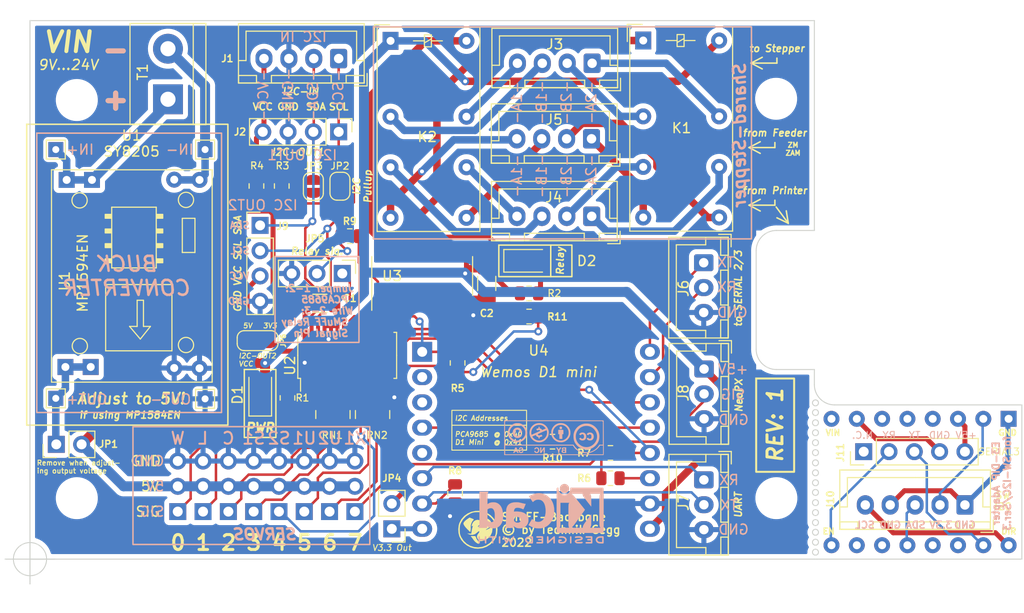
<source format=kicad_pcb>
(kicad_pcb (version 20211014) (generator pcbnew)
  (title_block (title "SMuFF Backbone PCB") (date "2022-06-22") (rev "1") (company "Technik Gegg") (comment 4 "AISLER Project ID: QCVDIOMU"))
  (layers (0 "F.Cu" signal) (31 "B.Cu" signal) (34 "B.Paste" user) (35 "F.Paste" user) (36 "B.SilkS" user "B.Silkscreen") (37 "F.SilkS" user "F.Silkscreen") (38 "B.Mask" user) (39 "F.Mask" user) (44 "Edge.Cuts" user))
  (net 0 "")
  (net 1 "+3V3")
  (net 2 "GND")
  (net 3 "Net-(D1-Pad1)")
  (net 4 "5VOUT")
  (net 5 "SCL")
  (net 6 "SDA")
  (net 7 "Net-(J6-Pad1)")
  (net 8 "Net-(J6-Pad2)")
  (net 9 "Servo 0")
  (net 10 "Servo 1")
  (net 11 "Servo 2")
  (net 12 "Servo 3")
  (net 13 "Servo 4")
  (net 14 "Servo 5")
  (net 15 "Servo 6")
  (net 16 "Servo 7")
  (net 17 "Net-(D2-Pad1)")
  (net 18 "Net-(J3-Pad1)")
  (net 19 "Net-(J3-Pad2)")
  (net 20 "Net-(J3-Pad3)")
  (net 21 "Net-(JP1-Pad1)")
  (net 22 "Net-(JP2-Pad2)")
  (net 23 "Net-(JP3-Pad2)")
  (net 24 "Net-(RN1-Pad2)")
  (net 25 "Net-(J3-Pad4)")
  (net 26 "Net-(J8-Pad2)")
  (net 27 "Net-(J4-Pad1)")
  (net 28 "Net-(J4-Pad2)")
  (net 29 "Net-(J4-Pad3)")
  (net 30 "Net-(RN1-Pad3)")
  (net 31 "Net-(J4-Pad4)")
  (net 32 "Net-(J5-Pad1)")
  (net 33 "Net-(J5-Pad2)")
  (net 34 "Net-(J5-Pad3)")
  (net 47 "Net-(J5-Pad4)")
  (net 48 "Net-(RN1-Pad1)")
  (net 49 "Net-(RN2-Pad1)")
  (net 50 "Net-(RN2-Pad2)")
  (net 51 "Net-(RN2-Pad3)")
  (net 52 "Net-(A1-Pad1)")
  (net 53 "Net-(A1-Pad2)")
  (net 59 "Net-(A1-Pad12)")
  (net 62 "Net-(A1-Pad16)")
  (net 64 "Net-(T1-Pad1)")
  (net 65 "Net-(T1-Pad2)")
  (net 67 "RESET")
  (net 68 "FLASH")
  (net 69 "RELAY")
  (net 70 "Net-(A1-Pad15)")
  (net 71 "Net-(A1-Pad9)")
  (net 72 "Net-(A1-Pad7)")
  (net 73 "Net-(A1-Pad3)")
  (net 74 "Net-(J7-Pad1)")
  (net 75 "Net-(J7-Pad2)")
  (net 76 "Net-(JP4-Pad1)")
  (net 77 "Net-(JP5-Pad2)")
  (net 78 "Net-(K2-PadA2)")
  (net 79 "Net-(R6-Pad1)")
  (net 80 "Net-(RN1-Pad4)")
  (net 81 "Net-(RN2-Pad4)")
  (net 83 "Net-(J9-Pad3)")
  (net 85 "Net-(D2-Pad2)")
  (net 86 "Net-(K1-PadA1)")
  (net 87 "Net-(R11-Pad1)")
  (net 88 "Net-(R10-Pad1)")
  (footprint "MountingHole:MountingHole_3.2mm_M3" (layer "F.Cu") (at 93.6 93.575)
    (fp_text reference "H2" hide)
    (fp_text value "MountingHole")
  )
  (footprint "Connector_JST:JST_XH_B5B-XH-A_1x05_P2.50mm_Vertical" (layer "F.Cu") (at 182.753 134.256 180)
    (fp_text reference "J10")
    (fp_text value "SW-I2C")
  )
  (footprint "Connector_PinHeader_2.54mm:PinHeader_1x03_P2.54mm_Vertical" (layer "F.Cu") (at 113.8936 134.9248 180)
    (fp_text reference "SJ4" hide)
    (fp_text value "S4")
  )
  (footprint "Connector_PinHeader_2.54mm:PinHeader_1x02_P2.54mm_Vertical" (layer "F.Cu") (at 125.222 136.657 180)
    (fp_text reference "JP4")
    (fp_text value "3.3V-Out")
  )
  (footprint "Resistor_SMD:R_0805_2012Metric" (layer "F.Cu") (at 139 113)
    (fp_text reference "R2")
    (fp_text value "220R")
  )
  (footprint "Connector_PinHeader_2.54mm:PinHeader_1x03_P2.54mm_Vertical" (layer "F.Cu") (at 108.8136 134.9248 180)
    (fp_text reference "SJ2" hide)
    (fp_text value "S2")
  )
  (footprint "Resistor_SMD:R_0805_2012Metric" (layer "F.Cu") (at 147.1695 131.572 180)
    (fp_text reference "R6")
    (fp_text value "10K")
  )
  (footprint "Resistor_SMD:R_Array_Concave_4x0603" (layer "F.Cu") (at 123.2916 125.1712 -90)
    (fp_text reference "RN2")
    (fp_text value "10K")
  )
  (footprint "Connector_PinHeader_2.54mm:PinHeader_1x02_P2.54mm_Vertical" (layer "F.Cu") (at 91.5416 128.1684 90)
    (fp_text reference "JP1")
    (fp_text value "5VOUT")
  )
  (footprint "Connector_JST:JST_XH_B4B-XH-A_1x04_P2.50mm_Vertical" (layer "F.Cu") (at 145.2696 97.468401 180)
    (fp_text reference "J5")
    (fp_text value "SMuFF")
  )
  (footprint "MountingHole:MountingHole_3.2mm_M3" (layer "F.Cu") (at 163.8 93.45)
    (fp_text reference "H3" hide)
    (fp_text value "MountingHole")
  )
  (footprint "Relay_THT:Relay_DPDT_Finder_30.22" (layer "F.Cu") (at 125.095 87.63 -90)
    (fp_text reference "K2")
    (fp_text value "Finder 30.22.7.005")
  )
  (footprint "Connector_PinHeader_2.54mm:PinHeader_1x03_P2.54mm_Vertical" (layer "F.Cu") (at 103.7336 134.9248 180)
    (fp_text reference "SJ0" hide)
    (fp_text value "S0")
  )
  (footprint "Resistor_SMD:R_0805_2012Metric" (layer "F.Cu") (at 121 107.25)
    (fp_text reference "R9")
    (fp_text value "0R")
  )
  (footprint "Connector_JST:JST_XH_B3B-XH-A_1x03_P2.50mm_Vertical" (layer "F.Cu") (at 156.5656 120.5992 -90)
    (fp_text reference "J8")
    (fp_text value "NPX")
  )
  (footprint "Connector_PinHeader_2.54mm:PinHeader_1x03_P2.54mm_Vertical" (layer "F.Cu") (at 121.5136 134.9248 180)
    (fp_text reference "SJ7" hide)
    (fp_text value "S7")
  )
  (footprint "Module:Pololu_Breakout-16_15.2x20.3mm" (layer "F.Cu") (at 187.14 125.603 -90)
    (fp_text reference "A1" hide)
    (fp_text value "Pololu A4988 Socket")
  )
  (footprint "Resistor_SMD:R_0805_2012Metric" (layer "F.Cu") (at 131.572 133.096 -90)
    (fp_text reference "R8")
    (fp_text value "10K")
  )
  (footprint "Jumper:SolderJumper-2_P1.3mm_Open_RoundedPad1.0x1.5mm" (layer "F.Cu") (at 120.015 102.235 -90)
    (fp_text reference "JP2")
    (fp_text value "Jumper")
  )
  (footprint "Connector_JST:JST_XH_B4B-XH-A_1x04_P2.50mm_Vertical" (layer "F.Cu") (at 145.288 105.2576 180)
    (fp_text reference "J4")
    (fp_text value "Printer")
  )
  (footprint "Resistor_SMD:R_0805_2012Metric" (layer "F.Cu") (at 141.35 127.9)
    (fp_text reference "R10")
    (fp_text value "0R")
  )
  (footprint "Connector_PinHeader_2.54mm:PinHeader_1x03_P2.54mm_Vertical" (layer "F.Cu") (at 120.25 111 -90)
    (fp_text reference "JP5")
    (fp_text value "Relay sig. select")
  )
  (footprint "Resistor_SMD:R_0805_2012Metric" (layer "F.Cu") (at 131.826 119.9915 90)
    (fp_text reference "R5")
    (fp_text value "10K")
  )
  (footprint "MountingHole:MountingHole_3.2mm_M3" (layer "F.Cu") (at 93.6 133.575)
    (fp_text reference "H1" hide)
    (fp_text value "MountingHole")
  )
  (footprint "Package_SO:TSSOP-28_4.4x9.7mm_P0.65mm" (layer "F.Cu") (at 120.743 119.2276 90)
    (fp_text reference "U2")
    (fp_text value "PCA9685PW")
  )
  (footprint "Resistor_SMD:R_0805_2012Metric" (layer "F.Cu") (at 114.75 123.5 90)
    (fp_text reference "R1")
    (fp_text value "220R")
  )
  (footprint "Resistor_SMD:R_0805_2012Metric" (layer "F.Cu") (at 147.1695 129.032 180)
    (fp_text reference "R7")
    (fp_text value "10K")
  )
  (footprint "Connector_PinHeader_2.54mm:PinHeader_1x03_P2.54mm_Vertical" (layer "F.Cu") (at 111.3536 134.9248 180)
    (fp_text reference "SJ3" hide)
    (fp_text value "S3")
  )
  (footprint "Libraries:MP1584EN_Module" (layer "F.Cu") (at 99.695 111.76 -90)
    (fp_text reference "U1")
    (fp_text value "MP1584EN_Module")
  )
  (footprint "Resistor_SMD:R_0805_2012Metric" (layer "F.Cu") (at 139 115.325)
    (fp_text reference "R11")
    (fp_text value "10K")
  )
  (footprint "Connector_PinHeader_2.54mm:PinHeader_1x04_P2.54mm_Vertical" (layer "F.Cu") (at 112 106.172)
    (fp_text reference "J9")
    (fp_text value "I2C-OUT2")
  )
  (footprint "Connector_PinHeader_2.54mm:PinHeader_1x05_P2.54mm_Vertical" (layer "F.Cu") (at 172.593 128.905 90)
    (fp_text reference "J11")
    (fp_text value "Serial-3")
  )
  (footprint "Connector_JST:JST_XH_B3B-XH-A_1x03_P2.50mm_Vertical" (layer "F.Cu") (at 156.5318 109.9204 -90)
    (fp_text reference "J6")
    (fp_text value "Serial2/3")
  )
  (footprint "TerminalBlock:TerminalBlock_bornier-2_P5.08mm" (layer "F.Cu") (at 102.75 93.5 90)
    (fp_text reference "T1")
    (fp_text value "VIN Screw Terminal")
  )
  (footprint "Package_SO:SOIC-16_3.9x9.9mm_P1.27mm" (layer "F.Cu") (at 128.27 111.252 90)
    (fp_text reference "U3")
    (fp_text value "ULN2003A")
  )
  (footprint "Connector_JST:JST_XH_B4B-XH-A_1x04_P2.50mm_Vertical" (layer "F.Cu") (at 119.888 89.408 180)
    (fp_text reference "J1")
    (fp_text value "I2C-IN")
  )
  (footprint "Capacitor_SMD:C_1206_3216Metric" (layer "F.Cu") (at 118 114)
    (fp_text reference "C1")
    (fp_text value "10uF")
  )
  (footprint "LED_SMD:LED_1206_3216Metric" (layer "F.Cu") (at 112.014 123.0376 90)
    (fp_text reference "D1")
    (fp_text value "PWR LED*")
  )
  (footprint "Capacitor_SMD:C_1206_3216Metric" (layer "F.Cu") (at 134.75 112 -90)
    (fp_text reference "C2")
    (fp_text value "0.1uF")
  )
  (footprint "Connector_PinHeader_2.54mm:PinHeader_1x04_P2.54mm_Vertical" (layer "F.Cu") (at 119.888 96.774 -90)
    (fp_text reference "J2")
    (fp_text value "I2C-OUT1")
  )
  (footprint "Resistor_SMD:R_0805_2012Metric" (layer "F.Cu") (at 111.633 102.2115 -90)
    (fp_text reference "R4")
    (fp_text value "4.7K")
  )
  (footprint "Connector_JST:JST_XH_B3B-XH-A_1x03_P2.50mm_Vertical" (layer "F.Cu") (at 156.5486 131.7352 -90)
    (fp_text reference "J7")
    (fp_text value "UART")
  )
  (footprint "Connector_PinHeader_2.54mm:PinHeader_1x03_P2.54mm_Vertical" (layer "F.Cu") (at 106.2736 134.9248 180)
    (fp_text reference "SJ1" hide)
    (fp_text value "S1")
  )
  (footprint "Connector_PinHeader_2.54mm:PinHeader_1x03_P2.54mm_Vertical" (layer "F.Cu") (at 118.9736 134.9248 180)
    (fp_text reference "SJ6" hide)
    (fp_text value "S6")
  )
  (footprint "MountingHole:MountingHole_3.2mm_M3" (layer "F.Cu") (at 163.825 133.575)
    (fp_text reference "H4" hide)
    (fp_text value "MountingHole")
  )
  (footprint "Connector_PinHeader_2.54mm:PinHeader_1x03_P2.54mm_Vertical" (layer "F.Cu") (at 116.4336 134.9248 180)
    (fp_text reference "SJ5" hide)
    (fp_text value "S5")
  )
  (footprint "TestPoint:TestPoint_THTPad_1.5x1.5mm_Drill0.7mm" (layer "F.Cu") (at 106.4768 123.5964)
    (fp_text reference "TP4")
    (fp_text value "SY8205-OUT-")
  )
  (footprint "Connector_JST:JST_XH_B4B-XH-A_1x04_P2.50mm_Vertical" (layer "F.Cu") (at 145.3296 89.8822 180)
    (fp_text reference "J3")
    (fp_text value "Stepper")
  )
  (footprint "Module:WEMOS_D1_mini_light" (layer "F.Cu") (at 128.27 118.872)
    (fp_text reference "U4")
    (fp_text value "Wemos D1 mini")
  )
  (footprint "Resistor_SMD:R_0805_2012Metric" (layer "F.Cu") (at 114.173 102.2115 -90)
    (fp_text reference "R3")
    (fp_text value "4.7K")
  )
  (footprint "Libraries:Logo-4mm" (layer "F.Cu") (at 133.858 136.742993)
    (fp_text reference "G***")
    (fp_text value "LOGO" hide)
  )
  (footprint "Jumper:SolderJumper-3_P1.3mm_Open_RoundedPad1.0x1.5mm" (layer "F.Cu") (at 111.75 117.75)
    (fp_text reference "JP6")
    (fp_text value "I2C VCC Sel.")
  )
  (footprint "TestPoint:TestPoint_THTPad_1.5x1.5mm_Drill0.7mm" (layer "F.Cu") (at 91.4908 123.5456)
    (fp_text reference "TP3")
    (fp_text value "SY8205-OUT+")
  )
  (footprint "Jumper:SolderJumper-2_P1.3mm_Open_RoundedPad1.0x1.5mm" (layer "F.Cu") (at 117.348 102.25 -90)
    (fp_text reference "JP3")
    (fp_text value "Jumper")
  )
  (footprint "TestPoint:TestPoint_THTPad_1.5x1.5mm_Drill0.7mm" (layer "F.Cu") (at 91.4908 98.552)
    (fp_text reference "TP1")
    (fp_text value "SY8205-IN+")
  )
  (footprint "Resistor_SMD:R_Array_Concave_4x0603" (layer "F.Cu") (at 119.31 125.1712 -90)
    (fp_text reference "RN1")
    (fp_text value "10K")
  )
  (footprint "TestPoint:TestPoint_THTPad_1.5x1.5mm_Drill0.7mm" (layer "F.Cu") (at 106.4768 98.552)
    (fp_text reference "TP2")
    (fp_text value "SY8205-IN-")
  )
  (footprint "LED_SMD:LED_1206_3216Metric" (layer "F.Cu") (at 138.75 109.728)
    (fp_text reference "D2")
    (fp_text value "Relay LED*")
  )
  (footprint "Relay_THT:Relay_DPDT_Finder_30.22" (layer "F.Cu") (at 150.4604 87.5962 -90)
    (fp_text reference "K1")
    (fp_text value "Finder 30.22.7.005")
  )
  (footprint "Libraries:Logo_silk_CC-BY-NC-SA_10x3.6mm" (layer "B.Cu") (at 141.5 127.5 180)
    (fp_text reference "G***" hide)
    (fp_text value "LOGO" hide)
  )
  (footprint "Symbol:KiCad-Logo2_5mm_SilkScreen" (layer "B.Cu") (at 140.208 135.128 180)
    (fp_text reference "REF**" hide)
    (fp_text value "KiCad-Logo2_5mm_SilkScreen" hide)
  )
  (gr_rect locked (start 113.5 109.3) (end 121.925 117.925) (layer "B.SilkS") (width 0.15) (fill none))
  (gr_rect locked (start 89.5858 96.901) (end 108.1278 124.968) (layer "B.SilkS") (width 0.15) (fill none))
  (gr_rect locked (start 161.325 107.525) (end 123.375 86.225) (layer "B.SilkS") (width 0.15) (fill none))
  (gr_rect (start 99.2378 126.3904) (end 123.0122 138.2268) (layer "B.SilkS") (width 0.15) (fill none))
  (gr_rect locked (start 88.5698 96.012) (end 108.7668 126.238) (layer "F.SilkS") (width 0.15) (fill none))
  (gr_rect (start 135.9646 111.321) (end 143.3 108.15) (layer "F.SilkS") (width 0.15) (fill none))
  (gr_rect (start 131.25 124.75) (end 138.75 128.75) (layer "F.SilkS") (width 0.1) (fill none))
  (gr_line locked (start 141.175 108.15) (end 141.175 111.325) (layer "F.SilkS") (width 0.15))
  (gr_rect locked (start 161.798 121.551) (end 165.608 130.929) (layer "F.SilkS") (width 0.2) (fill none))
  (gr_rect locked (start 110.4145 120.6476) (end 113.5855 127.475) (layer "F.SilkS") (width 0.15) (fill none))
  (gr_line (start 131.25 126.25) (end 138.75 126.25) (layer "F.SilkS") (width 0.1))
  (gr_circle (center 167.75 128) (end 168.05 128) (layer "Edge.Cuts") (width 0.1) (fill none))
  (gr_circle (center 167.75 130.025) (end 168.05 130.025) (layer "Edge.Cuts") (width 0.1) (fill none))
  (gr_line (start 88.9 139.7) (end 167.64 139.7) (layer "Edge.Cuts") (width 0.1))
  (gr_circle (center 167.75 134.025) (end 168.05 134.025) (layer "Edge.Cuts") (width 0.1) (fill none))
  (gr_line (start 163.83 106.68) (end 167.64 106.68) (layer "Edge.Cuts") (width 0.1))
  (gr_arc (start 163.83 120.65) (mid 162.393159 120.054841) (end 161.798 118.618) (layer "Edge.Cuts") (width 0.1))
  (gr_line (start 167.894 139.7) (end 167.64 139.7) (layer "Edge.Cuts") (width 0.1))
  (gr_circle (center 167.75 127) (end 168.05 127) (layer "Edge.Cuts") (width 0.1) (fill none))
  (gr_line (start 169.672 124.205159) (end 188.468 124.206) (layer "Edge.Cuts") (width 0.1))
  (gr_circle (center 167.75 132.025) (end 168.05 132.025) (layer "Edge.Cuts") (width 0.1) (fill none))
  (gr_line (start 167.894 139.7) (end 188.468 139.7) (layer "Edge.Cuts") (width 0.1))
  (gr_line (start 167.64 120.65) (end 167.64 122.173159) (layer "Edge.Cuts") (width 0.1))
  (gr_circle (center 167.75 136.025) (end 168.05 136.025) (layer "Edge.Cuts") (width 0.1) (fill none))
  (gr_line (start 161.798 108.712) (end 161.798 118.618) (layer "Edge.Cuts") (width 0.1))
  (gr_circle (center 167.75 139) (end 168.05 139) (layer "Edge.Cuts") (width 0.1) (fill none))
  (gr_circle (center 167.75 124.975) (end 168.05 124.975) (layer "Edge.Cuts") (width 0.1) (fill none))
  (gr_circle (center 167.75 124) (end 168.05 124) (layer "Edge.Cuts") (width 0.1) (fill none))
  (gr_line (start 88.9 85.598) (end 88.9 139.7) (layer "Edge.Cuts") (width 0.1))
  (gr_arc (start 161.798 108.712) (mid 162.393159 107.275159) (end 163.83 106.68) (layer "Edge.Cuts") (width 0.1))
  (gr_circle (center 167.75 133) (end 168.05 133) (layer "Edge.Cuts") (width 0.1) (fill none))
  (gr_circle (center 167.75 126) (end 168.05 126) (layer "Edge.Cuts") (width 0.1) (fill none))
  (gr_line (start 167.64 85.598) (end 88.9 85.598) (layer "Edge.Cuts") (width 0.1))
  (gr_circle (center 167.75 137) (end 168.05 137) (layer "Edge.Cuts") (width 0.1) (fill none))
  (gr_line (start 163.83 120.65) (end 167.64 120.65) (layer "Edge.Cuts") (width 0.1))
  (gr_circle (center 167.75 138) (end 168.05 138) (layer "Edge.Cuts") (width 0.1) (fill none))
  (gr_line (start 167.64 85.598) (end 167.64 106.68) (layer "Edge.Cuts") (width 0.1))
  (gr_circle (center 167.75 131.025) (end 168.05 131.025) (layer "Edge.Cuts") (width 0.1) (fill none))
  (gr_line (start 188.468 139.7) (end 188.468 124.206) (layer "Edge.Cuts") (width 0.1))
  (gr_circle (center 167.75 135.025) (end 168.05 135.025) (layer "Edge.Cuts") (width 0.1) (fill none))
  (gr_circle (center 167.75 129) (end 168.05 129) (layer "Edge.Cuts") (width 0.1) (fill none))
  (gr_arc (start 169.672 124.205159) (mid 168.235159 123.61) (end 167.64 122.173159) (layer "Edge.Cuts") (width 0.1))
  (gr_text "+5V" (at 159.478 120.6208) (layer "B.SilkS") (effects (font (size 1 1)) (justify mirror)))
  (gr_text "Shared-Stepper" (at 160.125 97.05 90) (layer "B.SilkS") (effects (font (size 1.2 1.2) (thickness 0.25) italic) (justify mirror)))
  (gr_text "VCC" (at 109.965333 111.252) (layer "B.SilkS") (effects (font (size 0.7 0.7) (thickness 0.15) italic) (justify mirror)))
  (gr_text "N.C." (at 172.466 127.254) (layer "B.SilkS") (effects (font (size 0.7 0.7) (thickness 0.1)) (justify mirror)))
  (gr_text "GND" (at 109.898667 113.792) (layer "B.SilkS") (effects (font (size 0.7 0.7) (thickness 0.15) italic) (justify mirror)))
  (gr_text "I2C OUT2" (at 112.268 104.14) (layer "B.SilkS") (effects (font (size 1 1)) (justify mirror)))
  (gr_text "OUT+" (at 94.5896 123.6472) (layer "B.SilkS") (effects (font (size 1 1)) (justify mirror)))
  (gr_text "SDA" (at 177.8 136.271) (layer "B.SilkS") (effects (font (size 0.7 0.7)) (justify mirror)))
  (gr_text "RX" (at 159.0716 131.746) (layer "B.SilkS") (effects (font (size 1 1)) (justify mirror)))
  (gr_text "I2C OUT1" (at 116.2304 99.1108) (layer "B.SilkS") (effects (font (size 1 1)) (justify mirror)))
  (gr_text "-1A-" (at 137.7696 93.8276 90) (layer "B.SilkS") (effects (font (size 1 1)) (justify mirror)))
  (gr_text "C" (at 108.8136 127.5588) (layer "B.SilkS") (effects (font (size 1.2 1.2) (thickness 0.2)) (justify mirror)))
  (gr_text "GND" (at 180.213 127.254) (layer "B.SilkS") (effects (font (size 0.7 0.7) (thickness 0.1)) (justify mirror)))
  (gr_text "GND" (at 175.26 136.271) (layer "B.SilkS") (effects (font (size 0.7 0.7)) (justify mirror)))
  (gr_text "GND" (at 182.753 136.271) (layer "B.SilkS") (effects (font (size 0.7 0.7)) (justify mirror)))
  (gr_text "-SCL-" (at 119.8372 93.1164 90) (layer "B.SilkS") (effects (font (size 1 1)) (justify mirror)))
  (gr_text "+" (at 97.5 93.5) (layer "B.SilkS") (effects (font (size 2 2) (thickness 0.5)) (justify mirror)))
  (gr_text "-2A-" (at 145.2372 93.8276 90) (layer "B.SilkS") (effects (font (size 1 1)) (justify mirror)))
  (gr_text "-2B-" (at 142.748 93.827601 90) (layer "B.SilkS") (effects (font (size 1 1)) (justify mirror)))
  (gr_text "SERVOS" (at 112.522 137.2108) (layer "B.SilkS") (effects (font (size 1.1 1.1) (thickness 0.25) italic) (justify mirror)))
  (gr_text "-1B-" (at 140.2588 93.827601 90) (layer "B.SilkS") (effects (font (size 1 1)) (justify mirror)))
  (gr_text "-VCC-" (at 112.3188 93.1164 90) (layer "B.SilkS") (effects (font (size 1 1)) (justify mirror)))
  (gr_text "3.3V" (at 180.34 136.271) (layer "B.SilkS") (effects (font (size 0.7 0.7)) (justify mirror)))
  (gr_text "-1A-" (at 137.7696 101.193601 90) (layer "B.SilkS") (effects (font (size 1 1)) (justify mirror)))
  (gr_text "U2" (at 118.9736 127.5588) (layer "B.SilkS") (effects (font (size 1.2 1.2) (thickness 0.2)) (justify mirror)))
  (gr_text "SIG" (at 101.163476 134.9248) (layer "B.SilkS") (effects (font (size 1 1)) (justify mirror)))
  (gr_text "-2A-" (at 145.2372 101.193601 90) (layer "B.SilkS") (effects (font (size 1 1)) (justify mirror)))
  (gr_text "GND" (at 100.853952 129.8448) (layer "B.SilkS") (effects (font (size 1 1)) (justify mirror)))
  (gr_text "L" (at 106.2736 127.5588) (layer "B.SilkS") (effects (font (size 1.2 1.2) (thickness 0.2)) (justify mirror)))
  (gr_text "E3-DIP Adapter\nfor SW-I2C/Ser.3" (at 186.436 132.08 90) (layer "B.SilkS") (effects (font (size 0.7 0.7) (thickness 0.175)) (justify mirror)))
  (gr_text "TX" (at 159.0716 134.286) (layer "B.SilkS") (effects (font (size 1 1)) (justify mirror)))
  (gr_text "Jumper 1-2:\n PCA9685\nWire 2-3:\n SMuFF Relay\n Signal Pin" (at 121.5 114.75) (layer "B.SilkS") (effects (font (size 0.7 0.7) (thickness 0.175) italic) (justify left mirror)))
  (gr_text "SIG" (at 159.478 123.1608) (layer "B.SilkS") (effects (font (size 1 1)) (justify mirror)))
  (gr_text "5V" (at 101.473 132.3848) (layer "B.SilkS") (effects (font (size 1 1)) (justify mirror)))
  (gr_text "S1" (at 111.3536 127.5588) (layer "B.SilkS") (effects (font (size 1.2 1.2) (thickness 0.2)) (justify mirror)))
  (gr_text "X1" (at 121.525 127.5588) (layer "B.SilkS") (effects (font (size 1.2 1.2) (thickness 0.2)) (justify mirror)))
  (gr_text "BUCK\nCONVERTER" (at 98.679 111.252) (layer "B.SilkS") (effects (font (size 1.5 1.5) (thickness 0.25) italic) (justify mirror)))
  (gr_text "GND" (at 159.5288 125.7008) (layer "B.SilkS") (effects (font (size 1 1)) (justify mirror)))
  (gr_text "U1" (at 116.4336 127.5588) (layer "B.SilkS") (effects (font (size 1.2 1.2) (thickness 0.2)) (justify mirror)))
  (gr_text "TX" (at 158.743734 109.8804) (layer "B.SilkS") (effects (font (size 1 1)) (justify mirror)))
  (gr_text "-1B-" (at 140.2588 101.193602 90) (layer "B.SilkS") (effects (font (size 1 1)) (justify mirror)))
  (gr_text "SDA" (at 109.982 106.172) (layer "B.SilkS") (effects (font (size 0.7 0.7) (thickness 0.15) italic) (justify mirror)))
  (gr_text "-GND-" (at 114.808 93.1164 90) (layer "B.SilkS") (effects (font (size 1 1)) (justify mirror)))
  (gr_text "GND" (at 159.4104 114.9096) (layer "B.SilkS") (effects (font (size 1 1)) (justify mirror)))
  (gr_text "-SDA-" (at 117.2972 93.116399 90) (layer "B.SilkS") (effects (font (size 1 1)) (justify mirror)))
  (gr_text "OUT-" (at 103.0224 123.6472) (layer "B.SilkS") (effects (font (size 1 1)) (justify mirror)))
  (gr_text "-" (at 97.5 88.5) (layer "B.SilkS") (effects (font (size 2 2) (thickness 0.5)) (justify mirror)))
  (gr_text "SCL" (at 109.998667 108.712) (layer "B.SilkS") (effects (font (size 0.7 0.7) (thickness 0.15) italic) (justify mirror)))
  (gr_text "S2" (at 113.8936 127.5588) (layer "B.SilkS") (effects (font (size 1.2 1.2) (thickness 0.2)) (justify mirror)))
  (gr_text "SCL" (at 172.72 136.271) (layer "B.SilkS") (effects (font (size 0.7 0.7)) (justify mirror)))
  (gr_text "W" (at 103.7336 127.5588) (layer "B.SilkS") (effects (font (size 1.2 1.2) (thickness 0.2)) (justify mirror)))
  (gr_text "+5V" (at 182.88 127.254) (layer "B.SilkS") (effects (font (size 0.7 0.7) (thickness 0.1)) (justify mirror)))
  (gr_text "TX" (at 177.687286 127.254) (layer "B.SilkS") (effects (font (size 0.7 0.7) (thickness 0.1)) (justify mirror)))
  (gr_text "IN-" (at 103.9368 98.552) (layer "B.SilkS") (effects (font (size 1 1)) (justify mirror)))
  (gr_text "I2C IN" (at 116.332 87.2236) (layer "B.SilkS") (effects (font (size 1 1)) (justify mirror)))
  (gr_text "-2B-" (at 142.748 101.193602 90) (layer "B.SilkS") (effects (font (size 1 1)) (justify mirror)))
  (gr_text "GND" (at 159.5288 136.7244) (layer "B.SilkS") (effects (font (size 1 1)) (justify mirror)))
  (gr_text "IN+" (at 93.9292 98.552) (layer "B.SilkS") (effects (font (size 1 1)) (justify mirror)))
  (gr_text "RX" (at 175.133 127.254) (layer "B.SilkS") (effects (font (size 0.7 0.7) (thickness 0.1)) (justify mirror)))
  (gr_text "RX" (at 158.862781 112.3696) (layer "B.SilkS") (effects (font (size 1 1)) (justify mirror)))
  (gr_text "5V" (at 110.75 116.25) (layer "F.SilkS") (effects (font (size 0.5 0.5) (thickness 0.1) italic)))
  (gr_text "9V...24V" (at 92.75 90.043) (layer "F.SilkS") (effects (font (size 1 1) (thickness 0.15) italic)))
  (gr_text "EN" (at 169.074 136.906) (layer "F.SilkS") (effects (font (size 0.6 0.6))))
  (gr_text "Relay" (at 142.125 109.725 90) (layer "F.SilkS") (effects (font (size 0.7 0.7) (thickness 0.15) italic)))
  (gr_text "I2C-OUT1" (at 115.824 98.806) (layer "F.SilkS") (effects (font (size 0.7 0.7) (thickness 0.15) italic)))
  (gr_text "VIN" (at 169.5 127) (layer "F.SilkS") (effects (font (size 0.6 0.6))))
  (gr_text "1" (at 106.299 138.049) (layer "F.SilkS") (effects (font (size 1.5 1.5) (thickness 0.3))))
  (gr_text "5V" (at 100.953067 132.3848) (layer "F.SilkS") (effects (font (size 1 1))))
  (gr_text "VIN" (at 92.75 87.757) (layer "F.SilkS") (effects (font (size 2 2) (thickness 0.4) italic)))
  (gr_text "I2C Addresses\n\nPCA9685	@ 0x40\nD1 Mini	@ 0x41" (at 131.5 126.75) (layer "F.SilkS") (effects (font (size 0.5 0.5) (thickness 0.1) italic) (justify left)))
  (gr_text "SMuFF-Backbone\n© by Technik Gegg\n2022" (at 136.144 136.75) (layer "F.SilkS") (effects (font (size 0.8 0.8)) (justify left)))
  (gr_text "SW\nI2C" (at 186.563 133.858) (layer "F.SilkS") (effects (font (size 0.7 0.7) (thickness 0.12))))
  (gr_text "SDA" (at 109.75 106.172 90) (layer "F.SilkS") (effects (font (size 0.7 0.7) (thickness 0.15) italic)))
  (gr_text "3" (at 111.379 138.049) (layer "F.SilkS") (effects (font (size 1.5 1.5) (thickness 0.3))))
  (gr_text "0" (at 103.759 138.049) (layer "F.SilkS") (effects (font (size 1.5 1.5) (thickness 0.3))))
  (gr_text "GND" (at 114.808 94.25) (layer "F.SilkS") (effects (font (size 0.7 0.7))))
  (gr_text "SCL" (at 119.888 94.25) (layer "F.SilkS") (effects (font (size 0.7 0.7))))
  (gr_text "GND" (at 100.519734 129.8448) (layer "F.SilkS") (effects (font (size 1 1))))
  (gr_text "to SERIAL 2/3" (at 160 112.5 90) (layer "F.SilkS") (effects (font (size 0.7 0.7) (thickness 0.15) italic)))
  (gr_text "SERIAL3" (at 186.182 128.905) (layer "F.SilkS") (effects (font (size 0.7 0.7) (thickness 0.1))))
  (gr_text "NeoPX" (at 160.0583 123.25 90) (layer "F.SilkS") (effects (font (size 0.7 0.7) (thickness 0.15) italic)))
  (gr_text "SIG" (at 100.7364 134.9248) (layer "F.SilkS") (effects (font (size 1 1))))
  (gr_text "I2C\nPullup" (at 122.25 102.25 90) (layer "F.SilkS") (effects (font (size 0.7 0.7) (thickness 0.15) italic)))
  (gr_text "+" (at 97.5 93.5) (layer "F.SilkS") (effects (font (size 2 2) (thickness 0.5))))
  (gr_text "PWR" (at 112 126.5) (layer "F.SilkS") (effects (font (size 0.9 0.9) (thickness 0.225) italic)))
  (gr_text "UART" (at 160 134.25 90) (layer "F.SilkS") (effects (font (size 0.7 0.7) (thickness 0.15) italic)))
  (gr_text "Remove when adjust-\ning output voltage" (at 89.535 130.429) (layer "F.SilkS") (effects (font (size 0.5 0.5) (thickness 0.1)) (justify left)))
  (gr_text "DIR" (at 187.153 136.906) (layer "F.SilkS") (effects (font (size 0.6 0.6))))
  (gr_text "7" (at 121.539 138.049) (layer "F.SilkS") (effects (font (size 1.5 1.5) (thickness 0.3))))
  (gr_text "Relay sig." (at 115 108.75) (layer "F.SilkS") (effects (font (size 0.7 0.7) (thickness 0.15) italic) (justify left)))
  (gr_text "SDA" (at 117.602 94.25) (layer "F.SilkS") (effects (font (size 0.7 0.7))))
  (gr_text "REV: ${REVISION}" (at 163.703 126.238 90) (layer "F.SilkS") (effects (font (size 1.5 1.5) (thickness 0.3) italic)))
  (gr_text "4" (at 113.919 138.049) (layer "F.SilkS") (effects (font (size 1.5 1.5) (thickness 0.3))))
  (gr_text "SCL" (at 109.75 108.712 90) (layer "F.SilkS") (effects (font (size 0.7 0.7) (thickness 0.15) italic)))
  (gr_text "Adjust to 5V!" (at 99.06 123.571) (layer "F.SilkS") (effects (font (size 1.1 1.1) (thickness 0.2) italic)))
  (gr_text "VCC" (at 109.75 111.252 90) (layer "F.SilkS") (effects (font (size 0.7 0.7) (thickness 0.15) italic)))
  (gr_text "-" (at 97.5 88.5) (layer "F.SilkS") (effects (font (size 2 2) (thickness 0.5))))
  (gr_text "VCC" (at 112.268 94.25) (layer "F.SilkS") (effects (font (size 0.7 0.7))))
  (gr_text "Wemos D1 mini" (at 139.954 120.904) (layer "F.SilkS") (effects (font (size 1 1) (thickness 0.15) italic)))
  (gr_text "3V3" (at 113 116.25) (layer "F.SilkS") (effects (font (size 0.5 0.5) (thickness 0.1) italic)))
  (gr_text "ZM\nZAM" (at 165.5 98.5) (layer "F.SilkS") (effects (font (size 0.5 0.5) (thickness 0.125))))
  (gr_text "GND" (at 109.75 113.792 90) (layer "F.SilkS") (effects (font (size 0.7 0.7) (thickness 0.15) italic)))
  (gr_text "MP1594EN" (at 94.1832 110.9472 90) (layer "F.SilkS") (effects (font (size 1 1))))
  (gr_text "if using MP1584EN" (at 98.933 125.222) (layer "F.SilkS") (effects (font (size 0.7 0.7) (thickness 0.15) italic)))
  (gr_text "5" (at 116.459 138.049) (layer "F.SilkS") (effects (font (size 1.5 1.5) (thickness 0.3))))
  (gr_text "GND" (at 187.026 127) (layer "F.SilkS") (effects (font (size 0.6 0.6))))
  (gr_text "I2C-IN" (at 116.078 92.71) (layer "F.SilkS") (effects (font (size 0.7 0.7) (thickness 0.15) italic)))
  (gr_text "V3.3 Out" (at 125.222 138.557) (layer "F.SilkS") (effects (font (size 0.6 0.6) (thickness 0.1) italic)))
  (gr_text "2" (at 108.839 138.049) (layer "F.SilkS") (effects (font (size 1.5 1.5) (thickness 0.3))))
  (gr_text "6" (at 118.999 138.049) (layer "F.SilkS") (effects (font (size 1.5 1.5) (thickness 0.3))))
  (gr_text "U1\nSY8205" (at 99.1108 97.9424) (layer "F.SilkS") (effects (font (size 1 1))))
  (gr_text "I2C-OUT2\nVCC" (at 109.8 119.675) (layer "F.SilkS") (effects (font (size 0.5 0.5) (thickness 0.1) italic) (justify left)))
  (dimension (type leader) (layer "F.SilkS") (pts (xy 165.3224 106.36) (xy 163.75 104.25)) (gr_text "" (at 163.2768 103.75 90) (layer "F.SilkS") (effects (font (size 0.7 0.7) (thickness 0.15) italic))) (format (units 0) (units_format 0) (precision 4) (override_value "")) (style (thickness 0.15) (arrow_length 1.27) (text_position_mode 0) (text_frame 1) (extension_offset 0.5)))
  (dimension (type leader) (layer "F.SilkS") (pts (xy 160.5788 98.3488) (xy 163.6776 98.3488)) (gr_text "from Feeder" (at 163.6776 96.8756) (layer "F.SilkS") (effects (font (size 0.7 0.7) (thickness 0.15) italic))) (format (units 0) (units_format 0) (precision 4) (override_value "from Feeder")) (style (thickness 0.15) (arrow_length 1.27) (text_position_mode 0) (text_frame 0) (extension_offset 0.5)))
  (dimension (type leader) (layer "F.SilkS") (pts (xy 160.782 89.8652) (xy 163.8808 89.8652)) (gr_text "to Stepper" (at 163.8808 88.392) (layer "F.SilkS") (effects (font (size 0.7 0.7) (thickness 0.15) italic))) (format (units 0) (units_format 0) (precision 4) (override_value "to Stepper")) (style (thickness 0.15) (arrow_length 1.27) (text_position_mode 0) (text_frame 0) (extension_offset 0.5)))
  (dimension (type leader) (layer "F.SilkS") (pts (xy 160.5788 104.14) (xy 163.6776 104.14)) (gr_text "from Printer" (at 163.6776 102.6668) (layer "F.SilkS") (effects (font (size 0.7 0.7) (thickness 0.15) italic))) (format (units 0) (units_format 0) (precision 4) (override_value "from Printer")) (style (thickness 0.15) (arrow_length 1.27) (text_position_mode 0) (text_frame 0) (extension_offset 0.5)))
  (target plus (at 88.9 139.7) (size 5) (width 0.1) (layer "Edge.Cuts"))
  (segment (start 126.325511 130.214489) (end 126.325511 122.340489) (width 0.5) (layer "F.Cu") (net 1))
  (segment (start 145.13248 130.15652) (end 126.38348 130.15652) (width 0.25) (layer "F.Cu") (net 1))
  (segment (start 112.388 89.408) (end 112.388 96.654) (width 0.5) (layer "F.Cu") (net 1))
  (segment (start 111.633 97.409) (end 112.268 96.774) (width 0.5) (layer "F.Cu") (net 1))
  (segment (start 146.257 131.572) (end 146.257 129.032) (width 0.25) (layer "F.Cu") (net 1))
  (segment (start 111.633 101.299) (end 114.173 101.299) (width 0.5) (layer "F.Cu") (net 1))
  (segment (start 117.348 119.634) (end 116.518 118.804) (width 0.5) (layer "F.Cu") (net 1))
  (segment (start 112.982 104.732) (end 110.732 104.732) (width 0.5) (layer "F.Cu") (net 1))
  (segment (start 131.826 120.904) (end 131.20948 120.28748) (width 0.25) (layer "F.Cu") (net 1))
  (segment (start 126.325511 122.340489) (end 126.325511 121.932973) (width 0.5) (layer "F.Cu") (net 1))
  (segment (start 109.982 103.982) (end 110.732 104.732) (width 0.5) (layer "F.Cu") (net 1))
  (segment (start 126.325511 133.013489) (end 126.325511 130.214489) (width 0.5) (layer "F.Cu") (net 1))
  (segment (start 116.518 118.804) (end 114.104 118.804) (width 0.5) (layer "F.Cu") (net 1))
  (segment (start 116.518 118.804) (end 116.518 116.3651) (width 0.5) (layer "F.Cu") (net 1))
  (segment (start 116.5316 113.8936) (end 116.518 113.9072) (width 0.5) (layer "F.Cu") (net 1))
  (segment (start 109.982 102.95) (end 111.633 101.299) (width 0.5) (layer "F.Cu") (net 1))
  (segment (start 131.20948 120.28748) (end 126.85452 120.28748) (width 0.25) (layer "F.Cu") (net 1))
  (segment (start 109.982 102.95) (end 109.982 103.982) (width 0.5) (layer "F.Cu") (net 1))
  (segment (start 133.396 120.904) (end 133.4 120.9) (width 0.25) (layer "F.Cu") (net 1))
  (segment (start 113.299511 105.049511) (end 112.982 104.732) (width 0.5) (layer "F.Cu") (net 1))
  (segment (start 131.826 120.904) (end 133.396 120.904) (width 0.25) (layer "F.Cu") (net 1))
  (segment (start 112.388 96.654) (end 112.268 96.774) (width 0.5) (layer "F.Cu") (net 1))
  (segment (start 126.325511 121.932973) (end 125.767269 121.374731) (width 0.5) (layer "F.Cu") (net 1))
  (segment (start 124.026538 119.634) (end 117.348 119.634) (width 0.5) (layer "F.Cu") (net 1))
  (segment (start 116.518 113.9072) (end 116.518 116.3651) (width 0.5) (layer "F.Cu") (net 1))
  (segment (start 125.222 134.117) (end 126.325511 133.013489) (width 0.5) (layer "F.Cu") (net 1))
  (segment (start 125.767269 121.374731) (end 124.026538 119.634) (width 0.5) (layer "F.Cu") (net 1))
  (segment (start 126.38348 130.15652) (end 126.325511 130.214489) (width 0.25) (layer "F.Cu") (net 1))
  (segment (start 114.521009 113.8936) (end 116.5316 113.8936) (width 0.5) (layer "F.Cu") (net 1))
  (segment (start 114.521009 113.8936) (end 113.299511 112.672102) (width 0.5) (layer "F.Cu") (net 1))
  (segment (start 113.299511 112.672102) (end 113.299511 105.049511) (width 0.5) (layer "F.Cu") (net 1))
  (segment (start 139.9125 116.8125) (end 139.925 116.825) (width 0.25) (layer "F.Cu") (net 1))
  (segment (start 126.85452 120.28748) (end 125.767269 121.374731) (width 0.25) (layer "F.Cu") (net 1))
  (segment (start 111.633 101.299) (end 111.633 97.409) (width 0.5) (layer "F.Cu") (net 1))
  (segment (start 146.257 129.032) (end 145.13248 130.15652) (width 0.25) (layer "F.Cu") (net 1))
  (segment (start 114.104 118.804) (end 113.05 117.75) (width 0.5) (layer "F.Cu") (net 1))
  (segment (start 139.9125 115.325) (end 139.9125 116.8125) (width 0.25) (layer "F.Cu") (net 1))
  (via (at 133.4 120.9) (size 0.8) (drill 0.4) (layers "F.Cu" "B.Cu") (net 1))
  (via (at 139.925 116.825) (size 0.8) (drill 0.4) (layers "F.Cu" "B.Cu") (net 1))
  (segment (start 137.475 116.825) (end 139.925 116.825) (width 0.25) (layer "B.Cu") (net 1))
  (segment (start 133.4 120.9) (end 137.475 116.825) (width 0.25) (layer "B.Cu") (net 1))
  (segment (start 119.768 116.3651) (end 119.768 114.18) (width 0.25) (layer "F.Cu") (net 2))
  (segment (start 116.0206 122.5875) (end 116.518 122.0901) (width 0.5) (layer "F.Cu") (net 2))
  (segment (start 119.118 116.3651) (end 119.118 117.356) (width 0.25) (layer "F.Cu") (net 2))
  (segment (start 119.768 116.3651) (end 119.118 116.3651) (width 0.25) (layer "F.Cu") (net 2))
  (segment (start 124.968 122.0901) (end 124.968 122.936) (width 0.25) (layer "F.Cu") (net 2))
  (segment (start 116.518 122.0901) (end 116.518 120.005375) (width 0.25) (layer "F.Cu") (net 2))
  (segment (start 124.968 122.936) (end 125.476 123.444) (width 0.25) (layer "F.Cu") (net 2))
  (segment (start 117.168 122.0901) (end 116.518 122.0901) (width 0.25) (layer "F.Cu") (net 2))
  (segment (start 132.967 113.475) (end 132.715 113.727) (width 0.5) (layer "F.Cu") (net 2))
  (segment (start 118.468 122.0901) (end 119.118 122.0901) (width 0.25) (layer "F.Cu") (net 2))
  (segment (start 119.118 116.3651) (end 118.468 116.3651) (width 0.25) (layer "F.Cu") (net 2))
  (segment (start 133.4 115.2) (end 132.715 114.515) (width 0.25) (layer "F.Cu") (net 2))
  (segment (start 117.818 122.0901) (end 117.168 122.0901) (width 0.25) (layer "F.Cu") (net 2))
  (segment (start 132.715 114.515) (end 132.715 113.727) (width 0.25) (layer "F.Cu") (net 2))
  (segment (start 134.5 113.475) (end 132.967 113.475) (width 0.5) (layer "F.Cu") (net 2))
  (segment (start 131.572 134.874) (end 131.064 135.382) (width 0.25) (layer "F.Cu") (net 2))
  (segment (start 118.468 122.0901) (end 117.818 122.0901) (width 0.25) (layer "F.Cu") (net 2))
  (segment (start 116.518 120.005375) (end 116.478677 119.966052) (width 0.25) (layer "F.Cu") (net 2))
  (segment (start 131.572 134.0085) (end 131.572 134.874) (width 0.25) (layer "F.Cu") (net 2))
  (segment (start 119.118 117.356) (end 118.872 117.602) (width 0.25) (layer "F.Cu") (net 2))
  (segment (start 114.75 122.5875) (end 116.0206 122.5875) (width 0.5) (layer "F.Cu") (net 2))
  (via (at 116.478677 119.966052) (size 0.8) (drill 0.4) (layers "F.Cu" "B.Cu") (net 2))
  (via (at 133.4 115.2) (size 0.8) (drill 0.4) (layers "F.Cu" "B.Cu") (net 2))
  (via (at 118.872 117.602) (size 0.8) (drill 0.4) (layers "F.Cu" "B.Cu") (net 2))
  (via (at 131.064 135.382) (size 0.8) (drill 0.4) (layers "F.Cu" "B.Cu") (net 2))
  (via (at 125.476 123.444) (size 0.8) (drill 0.4) (layers "F.Cu" "B.Cu") (net 2))
  (segment (start 114.888 96.694) (end 114.808 96.774) (width 0.25) (layer "B.Cu") (net 2))
  (segment (start 106.4768 129.6416) (end 106.2736 129.8448) (width 0.75) (layer "B.Cu") (net 2))
  (segment (start 112.0391 124.4125) (end 112.014 124.4376) (width 0.5) (layer "F.Cu") (net 3))
  (segment (start 114.75 124.4125) (end 112.0391 124.4125) (width 0.5) (layer "F.Cu") (net 3))
  (segment (start 158.0804 87.5962) (end 153.9826 91.694) (width 0.75) (layer "F.Cu") (net 4))
  (segment (start 133.061 110.525) (end 132.588 110.998) (width 0.75) (layer "F.Cu") (net 4))
  (segment (start 112.5 121.1516) (end 112.014 121.6376) (width 1) (layer "F.Cu") (net 4))
  (segment (start 138.0875 113) (end 137.225 113) (width 0.5) (layer "F.Cu") (net 4))
  (segment (start 152.70452 135.07748) (end 151.13 136.652) (width 0.75) (layer "F.Cu") (net 4))
  (segment (start 95.758 126.492) (end 107.188 126.492) (width 1) (layer "F.Cu") (net 4))
  (segment (start 132.715 108.777) (end 132.715 110.871) (width 0.5) (layer "F.Cu") (net 4))
  (segment (start 137.225 113) (end 134.75 110.525) (width 0.5) (layer "F.Cu") (net 4))
  (segment (start 152.70452 133.088233) (end 152.70452 135.07748) (width 0.75) (layer "F.Cu") (net 4))
  (segment (start 159.512 123.5456) (end 159.512 126.280753) (width 0.75) (layer "F.Cu") (net 4))
  (segment (start 112.5 120) (end 112.5 121.1516) (width 1) (layer "F.Cu") (net 4))
  (segment (start 109.474 124.206) (end 109.474 124.1776) (width 1) (layer "F.Cu") (net 4))
  (segment (start 159.512 126.280753) (end 152.70452 133.088233) (width 0.75) (layer "F.Cu") (net 4))
  (segment (start 134.5 110.525) (end 133.061 110.525) (width 0.75) (layer "F.Cu") (net 4))
  (segment (start 111 120) (end 110.45 119.45) (width 1) (layer "F.Cu") (net 4))
  (segment (start 94.0816 128.1684) (end 95.758 126.492) (width 1) (layer "F.Cu") (net 4))
  (segment (start 112.5 120) (end 111 120) (width 1) (layer "F.Cu") (net 4))
  (segment (start 132.715 110.871) (end 132.588 110.998) (width 0.5) (layer "F.Cu") (net 4))
  (segment (start 110.45 119.45) (end 110.45 117.75) (width 1) (layer "F.Cu") (net 4))
  (segment (start 153.9826 91.694) (end 132.588 91.694) (width 0.75) (layer "F.Cu") (net 4))
  (segment (start 156.5656 120.5992) (end 159.512 123.5456) (width 0.75) (layer "F.Cu") (net 4))
  (segment (start 109.474 124.1776) (end 112.014 121.6376) (width 1) (layer "F.Cu") (net 4))
  (segment (start 107.188 126.492) (end 109.474 124.206) (width 1) (layer "F.Cu") (net 4))
  (via (at 132.588 110.998) (size 0.8) (drill 0.4) (layers "F.Cu" "B.Cu") (net 4))
  (via (at 132.588 91.694) (size 0.8) (drill 0.4) (layers "F.Cu" "B.Cu") (net 4))
  (via (at 112.5 120) (size 0.8) (drill 0.4) (layers "F.Cu" "B.Cu") (net 4))
  (segment (start 108.8136 132.3848) (end 106.2736 132.3848) (width 1) (layer "B.Cu") (net 4))
  (segment (start 116.75 115.75) (end 119.599022 115.75) (width 1) (layer "B.Cu") (net 4))
  (segment (start 128.524 87.63) (end 125.095 87.63) (width 0.75) (layer "B.Cu") (net 4))
  (segment (start 132.588 110.998) (end 134.449511 112.859511) (width 1) (layer "B.Cu") (net 4))
  (segment (start 132.588 91.694) (end 128.524 87.63) (width 0.75) (layer "B.Cu") (net 4))
  (segment (start 122.428 112.921022) (end 122.428 110.744) (width 1) (layer "B.Cu") (net 4))
  (segment (start 148.825911 112.859511) (end 148.673511 112.859511) (width 1) (layer "B.Cu") (net 4))
  (segment (start 132.588 110.998) (end 132.504489 110.914489) (width 1) (layer "B.Cu") (net 4))
  (segment (start 118.9736 132.3848) (end 116.4336 132.3848) (width 1) (layer "B.Cu") (net 4))
  (segment (start 156.5656 120.5992) (end 148.825911 112.859511) (width 1) (layer "B.Cu") (net 4))
  (segment (start 112.5 120) (end 116.75 115.75) (width 1) (layer "B.Cu") (net 4))
  (segment (start 121.5136 132.3848) (end 118.9736 132.3848) (width 1) (layer "B.Cu") (net 4))
  (segment (start 122.428 90.297) (end 125.095 87.63) (width 1) (layer "B.Cu") (net 4))
  (segment (start 122.428 90.297) (end 122.428 110.744) (width 1) (layer "B.Cu") (net 4))
  (segment (start 134.449511 112.859511) (end 148.673511 112.859511) (width 1) (layer "B.Cu") (net 4))
  (segment (start 98.298 132.3848) (end 94.0816 128.1684) (width 1) (layer "B.Cu") (net 4))
  (segment (start 103.7336 132.3848) (end 98.298 132.3848) (width 1) (layer "B.Cu") (net 4))
  (segment (start 122.428 110.744) (end 122.598489 110.914489) (width 1) (layer "B.Cu") (net 4))
  (segment (start 119.599022 115.75) (end 122.428 112.921022) (width 1) (layer "B.Cu") (net 4))
  (segment (start 113.8936 132.3848) (end 111.3536 132.3848) (width 1) (layer "B.Cu") (net 4))
  (segment (start 116.4336 132.3848) (end 113.8936 132.3848) (width 1) (layer "B.Cu") (net 4))
  (segment (start 132.504489 110.914489) (end 122.598489 110.914489) (width 1) (layer "B.Cu") (net 4))
  (segment (start 111.3536 132.3848) (end 108.8136 132.3848) (width 1) (layer "B.Cu") (net 4))
  (segment (start 106.2736 132.3848) (end 103.7336 132.3848) (width 1) (layer "B.Cu") (net 4))
  (segment (start 117.818 117.818) (end 118.54948 118.54948) (width 0.25) (layer "F.Cu") (net 5))
  (segment (start 121.412 103.838) (end 121.412 102.108) (width 0.25) (layer "F.Cu") (net 5))
  (segment (start 119.888 101.458) (end 119.888 96.774) (width 0.25) (layer "F.Cu") (net 5))
  (segment (start 118.364 114.808) (end 118.364 113.323507) (width 0.25) (layer "F.Cu") (net 5))
  (segment (start 118.75 109.349022) (end 118.75 106.5) (width 0.25) (layer "F.Cu") (net 5))
  (segment (start 126.492 117.094) (end 132.588 117.094) (width 0.25) (layer "F.Cu") (net 5))
  (segment (start 118.364 113.323507) (end 119.075489 112.612018) (width 0.25) (layer "F.Cu") (net 5))
  (segment (start 120.889 101.585) (end 120.015 101.585) (width 0.25) (layer "F.Cu") (net 5))
  (segment (start 118.75 106.5) (end 121.412 103.838) (width 0.25) (layer "F.Cu") (net 5))
  (segment (start 117.818 116.3651) (end 117.818 117.818) (width 0.25) (layer "F.Cu") (net 5))
  (segment (start 125.03652 118.54948) (end 126.492 117.094) (width 0.25) (layer "F.Cu") (net 5))
  (segment (start 119.075489 109.674511) (end 118.75 109.349022) (width 0.25) (layer "F.Cu") (net 5))
  (segment (start 117.818 116.3651) (end 117.818 115.354) (width 0.25) (layer "F.Cu") (net 5))
  (segment (start 118.54948 118.54948) (end 125.03652 118.54948) (width 0.25) (layer "F.Cu") (net 5))
  (segment (start 119.075489 112.612018) (end 119.075489 109.674511) (width 0.25) (layer "F.Cu") (net 5))
  (segment (start 139.446 123.952) (end 151.13 123.952) (width 0.25) (layer "F.Cu") (net 5))
  (segment (start 119.888 89.408) (end 119.888 96.774) (width 0.25) (layer "F.Cu") (net 5))
  (segment (start 132.588 117.094) (end 139.446 123.952) (width 0.25) (layer "F.Cu") (net 5))
  (segment (start 121.412 102.108) (end 120.889 101.585) (width 0.25) (layer "F.Cu") (net 5))
  (segment (start 117.818 115.354) (end 118.364 114.808) (width 0.25) (layer "F.Cu") (net 5))
  (via (at 118.75 106.5) (size 0.8) (drill 0.4) (layers "F.Cu" "B.Cu") (net 5))
  (segment (start 118.75 106.5) (end 116.538 108.712) (width 0.25) (layer "B.Cu") (net 5))
  (segment (start 116.538 108.712) (end 112.268 108.712) (width 0.25) (layer "B.Cu") (net 5))
  (segment (start 116.535489 106.464511) (end 117.25 105.75) (width 0.25) (layer "F.Cu") (net 6))
  (segment (start 117.348 101.6) (end 117.348 96.774) (width 0.25) (layer "F.Cu") (net 6))
  (segment (start 117.168 116.3651) (end 117.168 115.242) (width 0.25) (layer "F.Cu") (net 6))
  (segment (start 141.478 126.492) (end 151.13 126.492) (width 0.25) (layer "F.Cu") (net 6))
  (segment (start 126.945489 117.547489) (end 131.819482 117.547489) (width 0.25) (layer "F.Cu") (net 6))
  (segment (start 140.763993 126.492) (end 141.478 126.492) (width 0.25) (layer "F.Cu") (net 6))
  (segment (start 131.819482 117.547489) (end 140.763993 126.492) (width 0.25) (layer "F.Cu") (net 6))
  (segment (start 117.388 96.734) (end 117.348 96.774) (width 0.25) (layer "F.Cu") (net 6))
  (segment (start 118.237 118.999) (end 125.493978 118.999) (width 0.25) (layer "F.Cu") (net 6))
  (segment (start 117.388 89.408) (end 117.388 96.734) (width 0.25) (layer "F.Cu") (net 6))
  (segment (start 125.493978 118.999) (end 126.945489 117.547489) (width 0.25) (layer "F.Cu") (net 6))
  (segment (start 116.535489 111.486499) (end 116.535489 106.464511) (width 0.25) (layer "F.Cu") (net 6))
  (segment (start 117.91448 112.86549) (end 116.535489 111.486499) (width 0.25) (layer "F.Cu") (net 6))
  (segment (start 117.91448 114.49552) (end 117.91448 112.86549) (width 0.25) (layer "F.Cu") (net 6))
  (segment (start 117.168 116.3651) (end 117.168 117.93) (width 0.25) (layer "F.Cu") (net 6))
  (segment (start 117.168 115.242) (end 117.91448 114.49552) (width 0.25) (layer "F.Cu") (net 6))
  (segment (start 117.168 117.93) (end 118.237 118.999) (width 0.25) (layer "F.Cu") (net 6))
  (via (at 117.25 105.75) (size 0.8) (drill 0.4) (layers "F.Cu" "B.Cu") (net 6))
  (segment (start 116.828 106.172) (end 117.25 105.75) (width 0.25) (layer "B.Cu") (net 6))
  (segment (start 117.348 105.41) (end 117.348 96.774) (width 0.25) (layer "B.Cu") (net 6))
  (segment (start 112.268 106.172) (end 116.828 106.172) (width 0.25) (layer "B.Cu") (net 6))
  (segment (start 151.13 115.3222) (end 156.5318 109.9204) (width 0.25) (layer "F.Cu") (net 7))
  (segment (start 151.13 118.872) (end 151.13 115.3222) (width 0.25) (layer "F.Cu") (net 7))
  (segment (start 156.5318 112.4204) (end 152.45452 116.49768) (width 0.25) (layer "F.Cu") (net 8))
  (segment (start 152.45452 116.49768) (end 152.45452 120.08748) (width 0.25) (layer "F.Cu") (net 8))
  (segment (start 152.45452 120.08748) (end 151.13 121.412) (width 0.25) (layer "F.Cu") (net 8))
  (segment (start 118.11 126.0212) (end 116.6758 126.0212) (width 0.25) (layer "F.Cu") (net 9))
  (segment (start 116.6758 126.0212) (end 114.935 127.762) (width 0.25) (layer "F.Cu") (net 9))
  (segment (start 105.029 133.6294) (end 103.7336 134.9248) (width 0.25) (layer "F.Cu") (net 9))
  (segment (start 105.029 129.42839) (end 105.029 133.6294) (width 0.25) (layer "F.Cu") (net 9))
  (segment (start 114.935 127.762) (end 106.69539 127.762) (width 0.25) (layer "F.Cu") (net 9))
  (segment (start 106.69539 127.762) (end 105.029 129.42839) (width 0.25) (layer "F.Cu") (net 9))
  (segment (start 106.2736 134.9248) (end 107.569 133.6294) (width 0.25) (layer "F.Cu") (net 10))
  (segment (start 118.91 126.7212) (end 118.91 126.0212) (width 0.25) (layer "F.Cu") (net 10))
  (segment (start 108.26248 128.21152) (end 115.75548 128.21152) (width 0.25) (layer "F.Cu") (net 10))
  (segment (start 115.75548 128.21152) (end 116.84 127.127) (width 0.25) (layer "F.Cu") (net 10))
  (segment (start 107.569 133.6294) (end 107.569 128.905) (width 0.25) (layer "F.Cu") (net 10))
  (segment (start 118.5042 127.127) (end 118.91 126.7212) (width 0.25) (layer "F.Cu") (net 10))
  (segment (start 107.569 128.905) (end 108.26248 128.21152) (width 0.25) (layer "F.Cu") (net 10))
  (segment (start 116.84 127.127) (end 118.5042 127.127) (width 0.25) (layer "F.Cu") (net 10))
  (segment (start 110.109 133.6294) (end 108.8136 134.9248) (width 0.25) (layer "F.Cu") (net 11))
  (segment (start 117.855282 128.524) (end 116.09339 128.524) (width 0.25) (layer "F.Cu") (net 11))
  (segment (start 119.71 126.669282) (end 117.855282 128.524) (width 0.25) (layer "F.Cu") (net 11))
  (segment (start 110.851711 131.210289) (end 110.109 131.953) (width 0.25) (layer "F.Cu") (net 11))
  (segment (start 116.09339 128.524) (end 115.189 129.42839) (width 0.25) (layer "F.Cu") (net 11))
  (segment (start 114.407711 131.210289) (end 110.851711 131.210289) (width 0.25) (layer "F.Cu") (net 11))
  (segment (start 115.189 129.42839) (end 115.189 130.429) (width 0.25) (layer "F.Cu") (net 11))
  (segment (start 119.71 126.0212) (end 119.71 126.669282) (width 0.25) (layer "F.Cu") (net 11))
  (segment (start 110.109 131.953) (end 110.109 133.6294) (width 0.25) (layer "F.Cu") (net 11))
  (segment (start 115.189 130.429) (end 114.407711 131.210289) (width 0.25) (layer "F.Cu") (net 11))
  (segment (start 115.947101 131.210289) (end 115.189 131.96839) (width 0.25) (layer "F.Cu") (net 12))
  (segment (start 114.20841 133.731) (end 112.5474 133.731) (width 0.25) (layer "F.Cu") (net 12))
  (segment (start 116.820711 131.210289) (end 115.947101 131.210289) (width 0.25) (layer "F.Cu") (net 12))
  (segment (start 112.5474 133.731) (end 111.3536 134.9248) (width 0.25) (layer "F.Cu") (net 12))
  (segment (start 115.189 132.75041) (end 114.20841 133.731) (width 0.25) (layer "F.Cu") (net 12))
  (segment (start 115.189 131.96839) (end 115.189 132.75041) (width 0.25) (layer "F.Cu") (net 12))
  (segment (start 120.51 126.0212) (end 120.51 126.505) (width 0.25) (layer "F.Cu") (net 12))
  (segment (start 117.799089 130.231911) (end 116.820711 131.210289) (width 0.25) (layer "F.Cu") (net 12))
  (segment (start 120.51 126.505) (end 117.799089 129.215911) (width 0.25) (layer "F.Cu") (net 12))
  (segment (start 117.799089 129.215911) (end 117.799089 130.231911) (width 0.25) (layer "F.Cu") (net 12))
  (segment (start 122.0916 126.0212) (end 122.0916 127.3055) (width 0.25) (layer "F.Cu") (net 13))
  (segment (start 122.0916 127.3055) (end 122.1671 127.381) (width 0.25) (layer "F.Cu") (net 13))
  (via (at 122.1671 127.381) (size 0.8) (drill 0.4) (layers "F.Cu" "B.Cu") (net 13))
  (segment (start 116.065778 136.906) (end 114.084578 134.9248) (width 0.25) (layer "B.Cu") (net 13))
  (segment (start 122.1671 127.381) (end 123.444 128.6579) (width 0.25) (layer "B.Cu") (net 13))
  (segment (start 123.444 128.6579) (end 123.444 135.343422) (width 0.25) (layer "B.Cu") (net 13))
  (segment (start 121.881422 136.906) (end 116.065778 136.906) (width 0.25) (layer "B.Cu") (net 13))
  (segment (start 123.444 135.343422) (end 121.881422 136.906) (width 0.25) (layer "B.Cu") (net 13))
  (segment (start 114.084578 134.9248) (end 113.8936 134.9248) (width 0.25) (layer "B.Cu") (net 13))
  (segment (start 122.000099 131.019311) (end 122.8916 130.12781) (width 0.25) (layer "F.Cu") (net 14))
  (segment (start 117.799089 133.559311) (end 116.4336 134.9248) (width 0.25) (layer "F.Cu") (net 14))
  (segment (start 118.319311 131.019311) (end 117.799089 131.539533) (width 0.25) (layer "F.Cu") (net 14))
  (segment (start 117.799089 131.539533) (end 117.799089 133.559311) (width 0.25) (layer "F.Cu") (net 14))
  (segment (start 118.319311 131.019311) (end 122.000099 131.019311) (width 0.25) (layer "F.Cu") (net 14))
  (segment (start 122.8916 130.12781) (end 122.8916 126.0212) (width 0.25) (layer "F.Cu") (net 14))
  (segment (start 123.6916 126.0212) (end 123.6916 131.86781) (width 0.25) (layer "F.Cu") (net 15))
  (segment (start 123.6916 131.86781) (end 121.82841 133.731) (width 0.25) (layer "F.Cu") (net 15))
  (segment (start 120.1674 133.731) (end 118.9736 134.9248) (width 0.25) (layer "F.Cu") (net 15))
  (segment (start 121.82841 133.731) (end 120.1674 133.731) (width 0.25) (layer "F.Cu") (net 15))
  (segment (start 124.4916 126.0212) (end 124.4916 131.9468) (width 0.25) (layer "F.Cu") (net 16))
  (segment (start 124.4916 131.9468) (end 121.5136 134.9248) (width 0.25) (layer "F.Cu") (net 16))
  (segment (start 129.39752 107.35248) (end 128.905 107.845) (width 0.5) (layer "F.Cu") (net 17))
  (segment (start 134.97448 107.35248) (end 129.39752 107.35248) (width 0.5) (layer "F.Cu") (net 17))
  (segment (start 128.905 107.845) (end 128.905 108.777) (width 0.5) (layer "F.Cu") (net 17))
  (segment (start 134.97448 107.35248) (end 137.35 109.728) (width 0.5) (layer "F.Cu") (net 17))
  (segment (start 158.0804 95.2162) (end 152.7464 89.8822) (width 0.75) (layer "B.Cu") (net 18))
  (segment (start 152.7464 89.8822) (end 145.3296 89.8822) (width 0.75) (layer "B.Cu") (net 18))
  (segment (start 148.1636 95.2162) (end 142.8296 89.8822) (width 0.75) (layer "B.Cu") (net 19))
  (segment (start 150.4604 95.2162) (end 148.1636 95.2162) (width 0.75) (layer "B.Cu") (net 19))
  (segment (start 133.587289 96.624511) (end 126.469511 96.624511) (width 0.75) (layer "B.Cu") (net 20))
  (segment (start 140.3296 89.8822) (end 133.587289 96.624511) (width 0.75) (layer "B.Cu") (net 20))
  (segment (start 126.469511 96.624511) (end 125.095 95.25) (width 0.75) (layer "B.Cu") (net 20))
  (segment (start 92.456 120.396) (end 92.456 122.5804) (width 0.75) (layer "B.Cu") (net 21))
  (segment (start 91.4908 128.1176) (end 91.5416 128.1684) (width 0.75) (layer "B.Cu") (net 21))
  (segment (start 91.4908 123.5456) (end 91.4908 128.1176) (width 0.75) (layer "B.Cu") (net 21))
  (segment (start 92.456 122.5804) (end 91.4908 123.5456) (width 0.75) (layer "B.Cu") (net 21))
  (segment (start 94.996 120.396) (end 92.456 120.396) (width 0.75) (layer "B.Cu") (net 21))
  (segment (start 118.93898 103.96102) (end 112.47002 103.96102) (width 0.25) (layer "F.Cu") (net 22))
  (segment (start 120.015 102.885) (end 118.93898 103.96102) (width 0.25) (layer "F.Cu") (net 22))
  (segment (start 112.47002 103.96102) (end 111.633 103.124) (width 0.25) (layer "F.Cu") (net 22))
  (segment (start 114.397 102.9) (end 114.173 103.124) (width 0.25) (layer "F.Cu") (net 23))
  (segment (start 117.348 102.9) (end 114.397 102.9) (width 0.25) (layer "F.Cu") (net 23))
  (segment (start 120.395311 123.571689) (end 120.153923 123.571689) (width 0.2) (layer "F.Cu") (net 24))
  (segment (start 121.068 122.0901) (end 121.068 122.899) (width 0.2) (layer "F.Cu") (net 24))
  (segment (start 121.068 122.899) (end 120.395311 123.571689) (width 0.2) (layer "F.Cu") (net 24))
  (segment (start 119.71 124.015612) (end 119.71 124.3212) (width 0.2) (layer "F.Cu") (net 24))
  (segment (start 120.153923 123.571689) (end 119.71 124.015612) (width 0.2) (layer "F.Cu") (net 24))
  (segment (start 137.8296 89.8822) (end 137.8296 90.1354) (width 0.75) (layer "B.Cu") (net 25))
  (segment (start 137.8296 90.1354) (end 132.715 95.25) (width 0.75) (layer "B.Cu") (net 25))
  (segment (start 156.5656 123.813178) (end 156.5656 123.0992) (width 0.25) (layer "F.Cu") (net 26))
  (segment (start 142.2625 127.9) (end 152.478778 127.9) (width 0.25) (layer "F.Cu") (net 26))
  (segment (start 152.478778 127.9) (end 156.5656 123.813178) (width 0.25) (layer "F.Cu") (net 26))
  (segment (start 146.781111 106.750711) (end 153.599289 106.750711) (width 0.75) (layer "B.Cu") (net 27))
  (segment (start 158.0804 102.2696) (end 158.0804 100.2962) (width 0.75) (layer "B.Cu") (net 27))
  (segment (start 153.599289 106.750711) (end 158.0804 102.2696) (width 0.75) (layer "B.Cu") (net 27))
  (segment (start 145.288 105.2576) (end 146.781111 106.750711) (width 0.75) (layer "B.Cu") (net 27))
  (segment (start 147.7494 100.2962) (end 142.788 105.2576) (width 0.75) (layer "B.Cu") (net 28))
  (segment (start 150.4604 100.2962) (end 147.7494 100.2962) (width 0.75) (layer "B.Cu") (net 28))
  (segment (start 138.73848 106.80712) (end 131.57212 106.80712) (width 0.75) (layer "B.Cu") (net 29))
  (segment (start 140.288 105.2576) (end 138.73848 106.80712) (width 0.75) (layer "B.Cu") (net 29))
  (segment (start 131.57212 106.80712) (end 125.095 100.33) (width 0.75) (layer "B.Cu") (net 29))
  (segment (start 120.418 122.0901) (end 120.418 122.742606) (width 0.2) (layer "F.Cu") (net 30))
  (segment (start 119.589606 123.571) (end 119.0102 123.571) (width 0.2) (layer "F.Cu") (net 30))
  (segment (start 119.0102 123.571) (end 118.91 123.6712) (width 0.2) (layer "F.Cu") (net 30))
  (segment (start 120.418 122.742606) (end 119.589606 123.571) (width 0.2) (layer "F.Cu") (net 30))
  (segment (start 118.91 123.6712) (end 118.91 124.3212) (width 0.2) (layer "F.Cu") (net 30))
  (segment (start 132.8604 100.33) (end 137.788 105.2576) (width 0.75) (layer "B.Cu") (net 31))
  (segment (start 132.715 100.33) (end 132.8604 100.33) (width 0.75) (layer "B.Cu") (net 31))
  (segment (start 150.4604 105.3762) (end 150.4604 102.659201) (width 0.75) (layer "F.Cu") (net 32))
  (segment (start 150.4604 102.659201) (end 145.2696 97.468401) (width 0.75) (layer "F.Cu") (net 32))
  (segment (start 148.242881 95.918881) (end 144.31912 95.918881) (width 0.75) (layer "F.Cu") (net 33))
  (segment (start 158.0804 105.3762) (end 156.9426 105.3762) (width 0.75) (layer "F.Cu") (net 33))
  (segment (start 156.9426 105.3762) (end 151.834911 100.268511) (width 0.75) (layer "F.Cu") (net 33))
  (segment (start 151.834911 99.510911) (end 148.242881 95.918881) (width 0.75) (layer "F.Cu") (net 33))
  (segment (start 144.31912 95.918881) (end 142.7696 97.468401) (width 0.75) (layer "F.Cu") (net 33))
  (segment (start 151.834911 100.268511) (end 151.834911 99.510911) (width 0.75) (layer "F.Cu") (net 33))
  (segment (start 140.2696 97.468401) (end 140.2696 97.8554) (width 0.75) (layer "F.Cu") (net 34))
  (segment (start 140.2696 97.8554) (end 132.715 105.41) (width 0.75) (layer "F.Cu") (net 34))
  (segment (start 125.095 103.905) (end 128.25 100.75) (width 0.75) (layer "F.Cu") (net 47))
  (segment (start 125.095 105.41) (end 125.095 103.905) (width 0.75) (layer "F.Cu") (net 47))
  (via (at 128.25 100.75) (size 0.8) (drill 0.4) (layers "F.Cu" "B.Cu") (net 47))
  (segment (start 128.25 100.75) (end 131.425969 97.574031) (width 0.75) (layer "B.Cu") (net 47))
  (segment (start 131.425969 97.574031) (end 137.66397 97.574031) (width 0.75) (layer "B.Cu") (net 47))
  (segment (start 137.66397 97.574031) (end 137.7696 97.468401) (width 0.75) (layer "B.Cu") (net 47))
  (segment (start 121.592089 122.216011) (end 121.592089 123.239111) (width 0.2) (layer "F.Cu") (net 48))
  (segment (start 121.718 122.0901) (end 121.592089 122.216011) (width 0.2) (layer "F.Cu") (net 48))
  (segment (start 121.592089 123.239111) (end 120.51 124.3212) (width 0.2) (layer "F.Cu") (net 48))
  (segment (start 124.318 124.1476) (end 124.4916 124.3212) (width 0.25) (layer "F.Cu") (net 49))
  (segment (start 124.318 122.0901) (end 124.318 124.1476) (width 0.25) (layer "F.Cu") (net 49))
  (segment (start 123.668 122.0901) (end 123.668 124.2976) (width 0.25) (layer "F.Cu") (net 50))
  (segment (start 123.668 124.2976) (end 123.6916 124.3212) (width 0.25) (layer "F.Cu") (net 50))
  (segment (start 123.018 122.0901) (end 123.018 124.1948) (width 0.25) (layer "F.Cu") (net 51))
  (segment (start 123.018 124.1948) (end 122.8916 124.3212) (width 0.25) (layer "F.Cu") (net 51))
  (segment (start 182.753 134.256) (end 181.32848 132.83148) (width 0.5) (layer "F.Cu") (net 52))
  (segment (start 176.67752 132.83148) (end 175.253 134.256) (width 0.5) (layer "F.Cu") (net 52))
  (segment (start 181.32848 132.83148) (end 176.67752 132.83148) (width 0.5) (layer "F.Cu") (net 52))
  (segment (start 187.071 125.603) (end 187.071 129.938) (width 0.5) (layer "B.Cu") (net 52))
  (segment (start 187.071 129.938) (end 182.753 134.256) (width 0.5) (layer "B.Cu") (net 52))
  (segment (start 184.531 125.603) (end 184.531 128.78801) (width 0.25) (layer "B.Cu") (net 53))
  (segment (start 184.531 128.78801) (end 180.253 133.06601) (width 0.25) (layer "B.Cu") (net 53))
  (segment (start 180.253 133.06601) (end 180.253 134.256) (width 0.25) (layer "B.Cu") (net 53))
  (segment (start 176.911 135.098) (end 177.753 134.256) (width 0.25) (layer "B.Cu") (net 59))
  (segment (start 176.911 135.098) (end 176.911 138.303) (width 0.25) (layer "B.Cu") (net 59))
  (segment (start 175.550489 137.053489) (end 172.753 134.256) (width 0.5) (layer "F.Cu") (net 62))
  (segment (start 185.821489 137.053489) (end 175.550489 137.053489) (width 0.5) (layer "F.Cu") (net 62))
  (segment (start 187.071 138.303) (end 185.821489 137.053489) (width 0.5) (layer "F.Cu") (net 62))
  (segment (start 102.75 93.973) (end 95.123 101.6) (width 1) (layer "B.Cu") (net 64))
  (segment (start 92.583 99.6442) (end 91.4908 98.552) (width 0.75) (layer "B.Cu") (net 64))
  (segment (start 92.583 101.6) (end 92.583 99.6442) (width 0.75) (layer "B.Cu") (net 64))
  (segment (start 102.75 93.5) (end 102.75 93.973) (width 1) (layer "B.Cu") (net 64))
  (segment (start 95.123 101.6) (end 92.583 101.6) (width 0.75) (layer "B.Cu") (net 64))
  (segment (start 106.4768 92.1468) (end 106.4768 98.552) (width 1) (layer "B.Cu") (net 65))
  (segment (start 105.918 101.6) (end 103.4034 101.6) (width 0.75) (layer "B.Cu") (net 65))
  (segment (start 102.75 88.42) (end 106.4768 92.1468) (width 1) (layer "B.Cu") (net 65))
  (segment (start 106.4768 101.0412) (end 105.918 101.6) (width 0.75) (layer "B.Cu") (net 65))
  (segment (start 103.4034 101.6) (end 103.378 101.5746) (width 0.75) (layer "B.Cu") (net 65))
  (segment (start 106.4768 98.552) (end 106.4768 101.0412) (width 0.75) (layer "B.Cu") (net 65))
  (segment (start 131.826 119.079) (end 131.619 118.872) (width 0.25) (layer "F.Cu") (net 67))
  (segment (start 121.442159 115.30308) (end 127.49508 115.30308) (width 0.25) (layer "F.Cu") (net 67))
  (segment (start 121.068 116.3651) (end 121.068 115.677239) (width 0.25) (layer "F.Cu") (net 67))
  (segment (start 127.49508 115.30308) (end 128.016 115.824) (width 0.25) (layer "F.Cu") (net 67))
  (segment (start 121.068 115.677239) (end 121.442159 115.30308) (width 0.25) (layer "F.Cu") (net 67))
  (segment (start 131.619 118.872) (end 128.27 118.872) (width 0.25) (layer "F.Cu") (net 67))
  (via (at 128.016 115.824) (size 0.8) (drill 0.4) (layers "F.Cu" "B.Cu") (net 67))
  (segment (start 128.016 115.824) (end 128.27 116.078) (width 0.25) (layer "B.Cu") (net 67))
  (segment (start 128.27 116.078) (end 128.27 118.872) (width 0.25) (layer "B.Cu") (net 67))
  (segment (start 121.718 117.146) (end 122.226 117.654) (width 0.25) (layer "F.Cu") (net 68))
  (segment (start 121.718 116.3651) (end 121.718 117.146) (width 0.25) (layer "F.Cu") (net 68))
  (segment (start 126.364282 116.586) (end 133.539 116.586) (width 0.25) (layer "F.Cu") (net 68))
  (segment (start 151.13 129.032) (end 148.082 129.032) (width 0.25) (layer "F.Cu") (net 68))
  (segment (start 145.034 122.682) (end 139.635 122.682) (width 0.25) (layer "F.Cu") (net 68))
  (segment (start 122.226 117.654) (end 125.296282 117.654) (width 0.25) (layer "F.Cu") (net 68))
  (segment (start 139.635 122.682) (end 133.539 116.586) (width 0.25) (layer "F.Cu") (net 68))
  (segment (start 125.296282 117.654) (end 126.364282 116.586) (width 0.25) (layer "F.Cu") (net 68))
  (via (at 145.034 122.682) (size 0.8) (drill 0.4) (layers "F.Cu" "B.Cu") (net 68))
  (segment (start 151.13 128.778) (end 151.13 129.032) (width 0.25) (layer "B.Cu") (net 68))
  (segment (start 145.034 122.682) (end 151.13 128.778) (width 0.25) (layer "B.Cu") (net 68))
  (segment (start 120.418 115.04) (end 121 114.458) (width 0.25) (layer "F.Cu") (net 69))
  (segment (start 121 114.458) (end 121 111.75) (width 0.25) (layer "F.Cu") (net 69))
  (segment (start 121 111.75) (end 120.25 111) (width 0.25) (layer "F.Cu") (net 69))
  (segment (start 120.418 116.3651) (end 120.418 115.04) (width 0.25) (layer "F.Cu") (net 69))
  (segment (start 178.92752 130.15952) (end 177.673 128.905) (width 0.25) (layer "B.Cu") (net 70))
  (segment (start 184.531 138.303) (end 183.406489 137.178489) (width 0.25) (layer "B.Cu") (net 70))
  (segment (start 183.406489 137.178489) (end 181.120489 137.178489) (width 0.25) (layer "B.Cu") (net 70))
  (segment (start 181.120489 137.178489) (end 178.92752 134.98552) (width 0.25) (layer "B.Cu") (net 70))
  (segment (start 178.92752 134.98552) (end 178.92752 130.15952) (width 0.25) (layer "B.Cu") (net 70))
  (segment (start 169.291 134.747) (end 175.133 128.905) (width 0.25) (layer "B.Cu") (net 71))
  (segment (start 169.291 138.303) (end 169.291 134.747) (width 0.25) (layer "B.Cu") (net 71))
  (segment (start 171.831 125.603) (end 173.833489 127.605489) (width 0.5) (layer "F.Cu") (net 72))
  (segment (start 178.913489 127.605489) (end 180.213 128.905) (width 0.5) (layer "F.Cu") (net 72))
  (segment (start 173.833489 127.605489) (end 178.913489 127.605489) (width 0.5) (layer "F.Cu") (net 72))
  (segment (start 182.753 126.365) (end 181.991 125.603) (width 0.5) (layer "F.Cu") (net 73))
  (segment (start 182.753 128.905) (end 182.753 126.365) (width 0.5) (layer "F.Cu") (net 73))
  (segment (start 156.5486 131.7352) (end 155.26088 130.44748) (width 0.25) (layer "B.Cu") (net 74))
  (segment (start 129.39452 130.44748) (end 128.27 131.572) (width 0.25) (layer "B.Cu") (net 74))
  (segment (start 155.26088 130.44748) (end 129.39452 130.44748) (width 0.25) (layer "B.Cu") (net 74))
  (segment (start 131.572 132.1835) (end 129.6435 134.112) (width 0.25) (layer "F.Cu") (net 75))
  (segment (start 129.6435 134.112) (end 128.27 134.112) (width 0.25) (layer "F.Cu") (net 75))
  (segment (start 128.27 134.112) (end 129.39452 132.98748) (width 0.25) (layer "B.Cu") (net 75))
  (segment (start 129.39452 132.98748) (end 155.30088 132.98748) (width 0.25) (layer "B.Cu") (net 75))
  (segment (start 155.30088 132.98748) (end 156.5486 134.2352) (width 0.25) (layer "B.Cu") (net 75))
  (segment (start 128.27 136.652) (end 125.227 136.652) (width 0.5) (layer "B.Cu") (net 76))
  (segment (start 125.227 136.652) (end 125.222 136.657) (width 0.5) (layer "B.Cu") (net 76))
  (segment (start 120.0875 108.0875) (end 120.75 108.75) (width 0.25) (layer "F.Cu") (net 77))
  (segment (start 120.0875 107.25) (end 120.0875 108.0875) (width 0.25) (layer "F.Cu") (net 77))
  (via (at 120.75 108.75) (size 0.8) (drill 0.4) (layers "F.Cu" "B.Cu") (net 77))
  (segment (start 119.96 108.75) (end 120.75 108.75) (width 0.25) (layer "B.Cu") (net 77))
  (segment (start 117.71 111) (end 119.96 108.75) (width 0.25) (layer "B.Cu") (net 77))
  (segment (start 123.825 107.325) (end 122.99952 106.49952) (width 0.75) (layer "F.Cu") (net 78))
  (segment (start 123.825 108.777) (end 123.825 107.325) (width 0.75) (layer "F.Cu") (net 78))
  (segment (start 122.99952 106.49952) (end 122.99952 93.25048) (width 0.75) (layer "F.Cu") (net 78))
  (segment (start 128.62 87.63) (end 132.715 87.63) (width 0.75) (layer "F.Cu") (net 78))
  (segment (start 122.99952 93.25048) (end 128.62 87.63) (width 0.75) (layer "F.Cu") (net 78))
  (segment (start 151.13 131.572) (end 148.082 131.572) (width 0.25) (layer "F.Cu") (net 79))
  (segment (start 118.11 123.6712) (end 118.11 124.3212) (width 0.2) (layer "F.Cu") (net 80))
  (segment (start 118.65408 123.12712) (end 118.11 123.6712) (width 0.2) (layer "F.Cu") (net 80))
  (segment (start 119.768 122.0901) (end 119.768 122.742606) (width 0.2) (layer "F.Cu") (net 80))
  (segment (start 119.383486 123.12712) (end 118.65408 123.12712) (width 0.2) (layer "F.Cu") (net 80))
  (segment (start 119.768 122.742606) (end 119.383486 123.12712) (width 0.2) (layer "F.Cu") (net 80))
  (segment (start 122.0916 123.054361) (end 122.0916 124.3212) (width 0.25) (layer "F.Cu") (net 81))
  (segment (start 122.368 122.0901) (end 122.368 122.777961) (width 0.25) (layer "F.Cu") (net 81))
  (segment (start 122.368 122.777961) (end 122.0916 123.054361) (width 0.25) (layer "F.Cu") (net 81))
  (segment (start 111.75 117.75) (end 111.75 116.5) (width 0.5) (layer "F.Cu") (net 83))
  (segment (start 111.75 116.5) (end 110.700489 115.450489) (width 0.5) (layer "F.Cu") (net 83))
  (segment (start 110.700489 115.450489) (end 110.700489 112.551511) (width 0.5) (layer "F.Cu") (net 83))
  (segment (start 110.700489 112.551511) (end 112 111.252) (width 0.5) (layer "F.Cu") (net 83))
  (segment (start 140.15 109.728) (end 140.15 112.7625) (width 0.5) (layer "F.Cu") (net 85))
  (segment (start 140.15 112.7625) (end 139.9125 113) (width 0.5) (layer "F.Cu") (net 85))
  (segment (start 126.365 106.777374) (end 129.75 103.392374) (width 0.75) (layer "F.Cu") (net 86))
  (segment (start 129.75 93.153832) (end 135.307632 87.5962) (width 0.75) (layer "F.Cu") (net 86))
  (segment (start 126.365 108.777) (end 126.365 106.777374) (width 0.75) (layer "F.Cu") (net 86))
  (segment (start 129.75 103.392374) (end 129.75 93.153832) (width 0.75) (layer "F.Cu") (net 86))
  (segment (start 135.307632 87.5962) (end 150.4604 87.5962) (width 0.75) (layer "F.Cu") (net 86))
  (segment (start 137.487989 115.924511) (end 130.724511 115.924511) (width 0.25) (layer "F.Cu") (net 87))
  (segment (start 130.724511 115.924511) (end 128.905 114.105) (width 0.25) (layer "F.Cu") (net 87))
  (segment (start 121.9125 109.9125) (end 123.825 111.825) (width 0.25) (layer "F.Cu") (net 87))
  (segment (start 126.365 113.727) (end 127.635 113.727) (width 0.5) (layer "F.Cu") (net 87))
  (segment (start 138.0875 115.325) (end 137.487989 115.924511) (width 0.25) (layer "F.Cu") (net 87))
  (segment (start 123.825 113.727) (end 125.095 113.727) (width 0.5) (layer "F.Cu") (net 87))
  (segment (start 128.905 114.105) (end 128.905 113.727) (width 0.25) (layer "F.Cu") (net 87))
  (segment (start 121.9125 107.25) (end 121.9125 109.9125) (width 0.25) (layer "F.Cu") (net 87))
  (segment (start 127.635 113.727) (end 128.905 113.727) (width 0.5) (layer "F.Cu") (net 87))
  (segment (start 125.095 113.727) (end 126.365 113.727) (width 0.5) (layer "F.Cu") (net 87))
  (segment (start 123.825 111.825) (end 123.825 113.727) (width 0.25) (layer "F.Cu") (net 87))
  (segment (start 140.4375 127.9) (end 139.0295 126.492) (width 0.25) (layer "F.Cu") (net 88))
  (segment (start 139.0295 126.492) (end 128.27 126.492) (width 0.25) (layer "F.Cu") (net 88))
  (zone (net 2) (net_name "GND") (layer "B.Cu") (connect_pads (clearance 0.508)) (min_thickness 0.254) (fill yes (thermal_gap 0.508) (thermal_bridge_width 0.508))
    (polygon (pts (xy 167.64 106.68) (xy 161.798 106.68) (xy 161.798 120.65) (xy 167.64 120.65) (xy 167.64 139.7) (xy 88.9 139.7) (xy 88.9 85.598) (xy 167.64 85.598)))
  )
)
</source>
